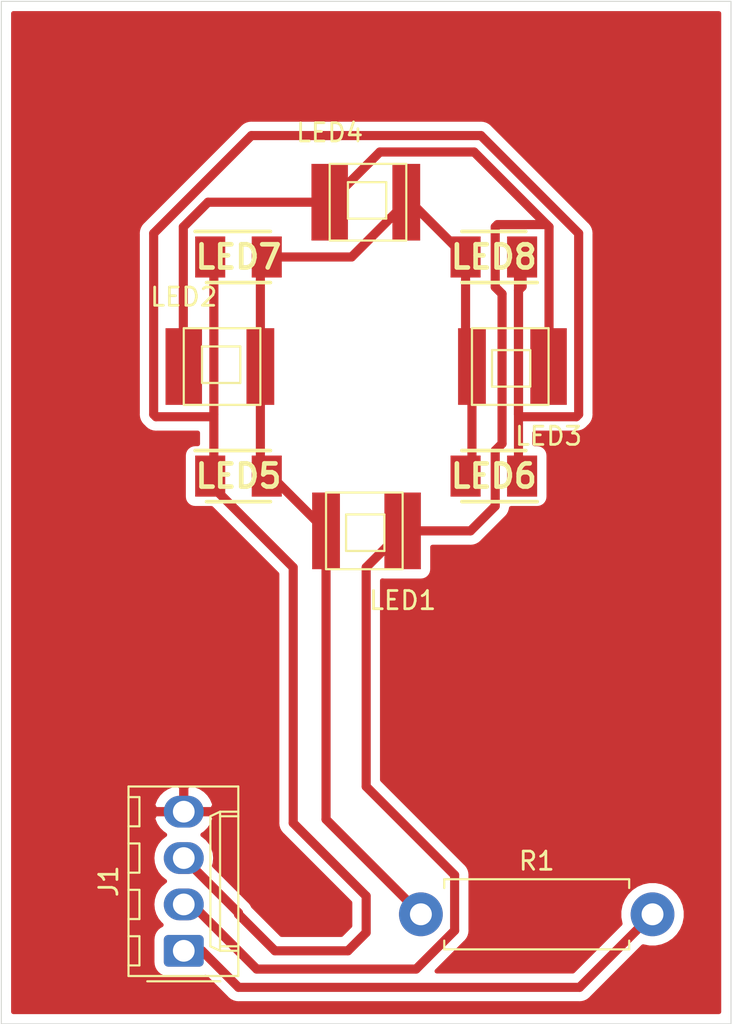
<source format=kicad_pcb>
(kicad_pcb (version 20171130) (host pcbnew "(5.1.10)-1")

  (general
    (thickness 1.6)
    (drawings 11)
    (tracks 78)
    (zones 0)
    (modules 10)
    (nets 6)
  )

  (page A4)
  (layers
    (0 F.Cu signal)
    (31 B.Cu signal)
    (32 B.Adhes user)
    (33 F.Adhes user)
    (34 B.Paste user)
    (35 F.Paste user)
    (36 B.SilkS user)
    (37 F.SilkS user)
    (38 B.Mask user)
    (39 F.Mask user)
    (40 Dwgs.User user)
    (41 Cmts.User user)
    (42 Eco1.User user)
    (43 Eco2.User user)
    (44 Edge.Cuts user)
    (45 Margin user)
    (46 B.CrtYd user)
    (47 F.CrtYd user)
    (48 B.Fab user)
    (49 F.Fab user)
  )

  (setup
    (last_trace_width 0.5)
    (trace_clearance 0.4)
    (zone_clearance 0.508)
    (zone_45_only no)
    (trace_min 0.2)
    (via_size 0.8)
    (via_drill 0.4)
    (via_min_size 0.4)
    (via_min_drill 0.3)
    (uvia_size 0.3)
    (uvia_drill 0.1)
    (uvias_allowed no)
    (uvia_min_size 0.2)
    (uvia_min_drill 0.1)
    (edge_width 0.05)
    (segment_width 0.2)
    (pcb_text_width 0.3)
    (pcb_text_size 1.5 1.5)
    (mod_edge_width 0.12)
    (mod_text_size 1 1)
    (mod_text_width 0.15)
    (pad_size 1.524 1.524)
    (pad_drill 0.762)
    (pad_to_mask_clearance 0)
    (aux_axis_origin 0 0)
    (visible_elements FFFFFF7F)
    (pcbplotparams
      (layerselection 0x010fc_ffffffff)
      (usegerberextensions false)
      (usegerberattributes true)
      (usegerberadvancedattributes true)
      (creategerberjobfile true)
      (excludeedgelayer true)
      (linewidth 0.100000)
      (plotframeref false)
      (viasonmask false)
      (mode 1)
      (useauxorigin false)
      (hpglpennumber 1)
      (hpglpenspeed 20)
      (hpglpendiameter 15.000000)
      (psnegative false)
      (psa4output false)
      (plotreference true)
      (plotvalue true)
      (plotinvisibletext false)
      (padsonsilk false)
      (subtractmaskfromsilk false)
      (outputformat 1)
      (mirror false)
      (drillshape 1)
      (scaleselection 1)
      (outputdirectory ""))
  )

  (net 0 "")
  (net 1 "Net-(LED1-Pad2)")
  (net 2 "Net-(J1-Pad2)")
  (net 3 "Net-(J1-Pad3)")
  (net 4 GND)
  (net 5 "Net-(J1-Pad1)")

  (net_class Default "This is the default net class."
    (clearance 0.4)
    (trace_width 0.5)
    (via_dia 0.8)
    (via_drill 0.4)
    (uvia_dia 0.3)
    (uvia_drill 0.1)
    (add_net GND)
    (add_net "Net-(J1-Pad1)")
    (add_net "Net-(J1-Pad2)")
    (add_net "Net-(J1-Pad3)")
    (add_net "Net-(LED1-Pad2)")
  )

  (module Connector_Molex:Molex_KK-254_AE-6410-04A_1x04_P2.54mm_Vertical (layer F.Cu) (tedit 5EA53D3B) (tstamp 60E90BF2)
    (at 230 114 90)
    (descr "Molex KK-254 Interconnect System, old/engineering part number: AE-6410-04A example for new part number: 22-27-2041, 4 Pins (http://www.molex.com/pdm_docs/sd/022272021_sd.pdf), generated with kicad-footprint-generator")
    (tags "connector Molex KK-254 vertical")
    (path /60EA3404)
    (fp_text reference J1 (at 3.81 -4.12 90) (layer F.SilkS)
      (effects (font (size 1 1) (thickness 0.15)))
    )
    (fp_text value 4P4C (at 3.81 4.08 90) (layer F.Fab)
      (effects (font (size 1 1) (thickness 0.15)))
    )
    (fp_text user %R (at 3.81 -2.22 90) (layer F.Fab)
      (effects (font (size 1 1) (thickness 0.15)))
    )
    (fp_line (start -1.27 -2.92) (end -1.27 2.88) (layer F.Fab) (width 0.1))
    (fp_line (start -1.27 2.88) (end 8.89 2.88) (layer F.Fab) (width 0.1))
    (fp_line (start 8.89 2.88) (end 8.89 -2.92) (layer F.Fab) (width 0.1))
    (fp_line (start 8.89 -2.92) (end -1.27 -2.92) (layer F.Fab) (width 0.1))
    (fp_line (start -1.38 -3.03) (end -1.38 2.99) (layer F.SilkS) (width 0.12))
    (fp_line (start -1.38 2.99) (end 9 2.99) (layer F.SilkS) (width 0.12))
    (fp_line (start 9 2.99) (end 9 -3.03) (layer F.SilkS) (width 0.12))
    (fp_line (start 9 -3.03) (end -1.38 -3.03) (layer F.SilkS) (width 0.12))
    (fp_line (start -1.67 -2) (end -1.67 2) (layer F.SilkS) (width 0.12))
    (fp_line (start -1.27 -0.5) (end -0.562893 0) (layer F.Fab) (width 0.1))
    (fp_line (start -0.562893 0) (end -1.27 0.5) (layer F.Fab) (width 0.1))
    (fp_line (start 0 2.99) (end 0 1.99) (layer F.SilkS) (width 0.12))
    (fp_line (start 0 1.99) (end 7.62 1.99) (layer F.SilkS) (width 0.12))
    (fp_line (start 7.62 1.99) (end 7.62 2.99) (layer F.SilkS) (width 0.12))
    (fp_line (start 0 1.99) (end 0.25 1.46) (layer F.SilkS) (width 0.12))
    (fp_line (start 0.25 1.46) (end 7.37 1.46) (layer F.SilkS) (width 0.12))
    (fp_line (start 7.37 1.46) (end 7.62 1.99) (layer F.SilkS) (width 0.12))
    (fp_line (start 0.25 2.99) (end 0.25 1.99) (layer F.SilkS) (width 0.12))
    (fp_line (start 7.37 2.99) (end 7.37 1.99) (layer F.SilkS) (width 0.12))
    (fp_line (start -0.8 -3.03) (end -0.8 -2.43) (layer F.SilkS) (width 0.12))
    (fp_line (start -0.8 -2.43) (end 0.8 -2.43) (layer F.SilkS) (width 0.12))
    (fp_line (start 0.8 -2.43) (end 0.8 -3.03) (layer F.SilkS) (width 0.12))
    (fp_line (start 1.74 -3.03) (end 1.74 -2.43) (layer F.SilkS) (width 0.12))
    (fp_line (start 1.74 -2.43) (end 3.34 -2.43) (layer F.SilkS) (width 0.12))
    (fp_line (start 3.34 -2.43) (end 3.34 -3.03) (layer F.SilkS) (width 0.12))
    (fp_line (start 4.28 -3.03) (end 4.28 -2.43) (layer F.SilkS) (width 0.12))
    (fp_line (start 4.28 -2.43) (end 5.88 -2.43) (layer F.SilkS) (width 0.12))
    (fp_line (start 5.88 -2.43) (end 5.88 -3.03) (layer F.SilkS) (width 0.12))
    (fp_line (start 6.82 -3.03) (end 6.82 -2.43) (layer F.SilkS) (width 0.12))
    (fp_line (start 6.82 -2.43) (end 8.42 -2.43) (layer F.SilkS) (width 0.12))
    (fp_line (start 8.42 -2.43) (end 8.42 -3.03) (layer F.SilkS) (width 0.12))
    (fp_line (start -1.77 -3.42) (end -1.77 3.38) (layer F.CrtYd) (width 0.05))
    (fp_line (start -1.77 3.38) (end 9.39 3.38) (layer F.CrtYd) (width 0.05))
    (fp_line (start 9.39 3.38) (end 9.39 -3.42) (layer F.CrtYd) (width 0.05))
    (fp_line (start 9.39 -3.42) (end -1.77 -3.42) (layer F.CrtYd) (width 0.05))
    (pad 4 thru_hole oval (at 7.62 0 90) (size 1.74 2.19) (drill 1.19) (layers *.Cu *.Mask)
      (net 4 GND))
    (pad 3 thru_hole oval (at 5.08 0 90) (size 1.74 2.19) (drill 1.19) (layers *.Cu *.Mask)
      (net 3 "Net-(J1-Pad3)"))
    (pad 2 thru_hole oval (at 2.54 0 90) (size 1.74 2.19) (drill 1.19) (layers *.Cu *.Mask)
      (net 2 "Net-(J1-Pad2)"))
    (pad 1 thru_hole roundrect (at 0 0 90) (size 1.74 2.19) (drill 1.19) (layers *.Cu *.Mask) (roundrect_rratio 0.143678)
      (net 5 "Net-(J1-Pad1)"))
    (model ${KISYS3DMOD}/Connector_Molex.3dshapes/Molex_KK-254_AE-6410-04A_1x04_P2.54mm_Vertical.wrl
      (at (xyz 0 0 0))
      (scale (xyz 1 1 1))
      (rotate (xyz 0 0 0))
    )
  )

  (module Resistor_THT:R_Axial_DIN0411_L9.9mm_D3.6mm_P12.70mm_Horizontal (layer F.Cu) (tedit 5AE5139B) (tstamp 60E90C8D)
    (at 243 112)
    (descr "Resistor, Axial_DIN0411 series, Axial, Horizontal, pin pitch=12.7mm, 1W, length*diameter=9.9*3.6mm^2")
    (tags "Resistor Axial_DIN0411 series Axial Horizontal pin pitch 12.7mm 1W length 9.9mm diameter 3.6mm")
    (path /60EA1B3C)
    (fp_text reference R1 (at 6.35 -2.92) (layer F.SilkS)
      (effects (font (size 1 1) (thickness 0.15)))
    )
    (fp_text value 100 (at 6.35 2.92) (layer F.Fab)
      (effects (font (size 1 1) (thickness 0.15)))
    )
    (fp_text user %R (at 5.32 -5.48) (layer F.Fab)
      (effects (font (size 1 1) (thickness 0.15)))
    )
    (fp_line (start 1.4 -1.8) (end 1.4 1.8) (layer F.Fab) (width 0.1))
    (fp_line (start 1.4 1.8) (end 11.3 1.8) (layer F.Fab) (width 0.1))
    (fp_line (start 11.3 1.8) (end 11.3 -1.8) (layer F.Fab) (width 0.1))
    (fp_line (start 11.3 -1.8) (end 1.4 -1.8) (layer F.Fab) (width 0.1))
    (fp_line (start 0 0) (end 1.4 0) (layer F.Fab) (width 0.1))
    (fp_line (start 12.7 0) (end 11.3 0) (layer F.Fab) (width 0.1))
    (fp_line (start 1.28 -1.44) (end 1.28 -1.92) (layer F.SilkS) (width 0.12))
    (fp_line (start 1.28 -1.92) (end 11.42 -1.92) (layer F.SilkS) (width 0.12))
    (fp_line (start 11.42 -1.92) (end 11.42 -1.44) (layer F.SilkS) (width 0.12))
    (fp_line (start 1.28 1.44) (end 1.28 1.92) (layer F.SilkS) (width 0.12))
    (fp_line (start 1.28 1.92) (end 11.42 1.92) (layer F.SilkS) (width 0.12))
    (fp_line (start 11.42 1.92) (end 11.42 1.44) (layer F.SilkS) (width 0.12))
    (fp_line (start -1.45 -2.05) (end -1.45 2.05) (layer F.CrtYd) (width 0.05))
    (fp_line (start -1.45 2.05) (end 14.15 2.05) (layer F.CrtYd) (width 0.05))
    (fp_line (start 14.15 2.05) (end 14.15 -2.05) (layer F.CrtYd) (width 0.05))
    (fp_line (start 14.15 -2.05) (end -1.45 -2.05) (layer F.CrtYd) (width 0.05))
    (pad 2 thru_hole oval (at 12.7 0) (size 2.4 2.4) (drill 1.2) (layers *.Cu *.Mask)
      (net 5 "Net-(J1-Pad1)"))
    (pad 1 thru_hole circle (at 0 0) (size 2.4 2.4) (drill 1.2) (layers *.Cu *.Mask)
      (net 1 "Net-(LED1-Pad2)"))
    (model ${KISYS3DMOD}/Resistor_THT.3dshapes/R_Axial_DIN0411_L9.9mm_D3.6mm_P12.70mm_Horizontal.wrl
      (at (xyz 0 0 0))
      (scale (xyz 1 1 1))
      (rotate (xyz 0 0 0))
    )
  )

  (module SamacSys_Parts:LEDM3528X185N (layer F.Cu) (tedit 0) (tstamp 60E90C76)
    (at 247 76 180)
    (descr VSMG2700-GS08)
    (tags LED)
    (path /60EA111A)
    (attr smd)
    (fp_text reference LED8 (at 0 0) (layer F.SilkS)
      (effects (font (size 1.27 1.27) (thickness 0.254)))
    )
    (fp_text value VSMG2700-GS08 (at 0 0) (layer F.SilkS) hide
      (effects (font (size 1.27 1.27) (thickness 0.254)))
    )
    (fp_text user %R (at 0 0) (layer F.Fab)
      (effects (font (size 1.27 1.27) (thickness 0.254)))
    )
    (fp_line (start -2.625 -1.725) (end 2.625 -1.725) (layer F.CrtYd) (width 0.05))
    (fp_line (start 2.625 -1.725) (end 2.625 1.725) (layer F.CrtYd) (width 0.05))
    (fp_line (start 2.625 1.725) (end -2.625 1.725) (layer F.CrtYd) (width 0.05))
    (fp_line (start -2.625 1.725) (end -2.625 -1.725) (layer F.CrtYd) (width 0.05))
    (fp_line (start -1.75 -1.4) (end 1.75 -1.4) (layer F.Fab) (width 0.1))
    (fp_line (start 1.75 -1.4) (end 1.75 1.4) (layer F.Fab) (width 0.1))
    (fp_line (start 1.75 1.4) (end -1.75 1.4) (layer F.Fab) (width 0.1))
    (fp_line (start -1.75 1.4) (end -1.75 -1.4) (layer F.Fab) (width 0.1))
    (fp_line (start -1.75 -0.575) (end -0.925 -1.4) (layer F.Fab) (width 0.1))
    (fp_line (start 1.75 -1.4) (end -2.375 -1.4) (layer F.SilkS) (width 0.2))
    (fp_line (start -1.75 1.4) (end 1.75 1.4) (layer F.SilkS) (width 0.2))
    (pad 2 smd rect (at 1.55 0 180) (size 1.65 2.25) (layers F.Cu F.Paste F.Mask)
      (net 1 "Net-(LED1-Pad2)"))
    (pad 1 smd rect (at -1.55 0 180) (size 1.65 2.25) (layers F.Cu F.Paste F.Mask)
      (net 3 "Net-(J1-Pad3)"))
  )

  (module SamacSys_Parts:LEDM3528X185N (layer F.Cu) (tedit 0) (tstamp 60E90C64)
    (at 233 76)
    (descr VSMG2700-GS08)
    (tags LED)
    (path /60EA09CD)
    (attr smd)
    (fp_text reference LED7 (at 0 0) (layer F.SilkS)
      (effects (font (size 1.27 1.27) (thickness 0.254)))
    )
    (fp_text value VSMG2700-GS08 (at 0 0) (layer F.SilkS) hide
      (effects (font (size 1.27 1.27) (thickness 0.254)))
    )
    (fp_text user %R (at 0 0) (layer F.Fab)
      (effects (font (size 1.27 1.27) (thickness 0.254)))
    )
    (fp_line (start -2.625 -1.725) (end 2.625 -1.725) (layer F.CrtYd) (width 0.05))
    (fp_line (start 2.625 -1.725) (end 2.625 1.725) (layer F.CrtYd) (width 0.05))
    (fp_line (start 2.625 1.725) (end -2.625 1.725) (layer F.CrtYd) (width 0.05))
    (fp_line (start -2.625 1.725) (end -2.625 -1.725) (layer F.CrtYd) (width 0.05))
    (fp_line (start -1.75 -1.4) (end 1.75 -1.4) (layer F.Fab) (width 0.1))
    (fp_line (start 1.75 -1.4) (end 1.75 1.4) (layer F.Fab) (width 0.1))
    (fp_line (start 1.75 1.4) (end -1.75 1.4) (layer F.Fab) (width 0.1))
    (fp_line (start -1.75 1.4) (end -1.75 -1.4) (layer F.Fab) (width 0.1))
    (fp_line (start -1.75 -0.575) (end -0.925 -1.4) (layer F.Fab) (width 0.1))
    (fp_line (start 1.75 -1.4) (end -2.375 -1.4) (layer F.SilkS) (width 0.2))
    (fp_line (start -1.75 1.4) (end 1.75 1.4) (layer F.SilkS) (width 0.2))
    (pad 2 smd rect (at 1.55 0) (size 1.65 2.25) (layers F.Cu F.Paste F.Mask)
      (net 1 "Net-(LED1-Pad2)"))
    (pad 1 smd rect (at -1.55 0) (size 1.65 2.25) (layers F.Cu F.Paste F.Mask)
      (net 3 "Net-(J1-Pad3)"))
  )

  (module SamacSys_Parts:LEDM3528X185N (layer F.Cu) (tedit 0) (tstamp 60E90C52)
    (at 247 88 180)
    (descr VSMG2700-GS08)
    (tags LED)
    (path /60EA02FE)
    (attr smd)
    (fp_text reference LED6 (at 0 0) (layer F.SilkS)
      (effects (font (size 1.27 1.27) (thickness 0.254)))
    )
    (fp_text value VSMG2700-GS08 (at 0 0) (layer F.SilkS) hide
      (effects (font (size 1.27 1.27) (thickness 0.254)))
    )
    (fp_text user %R (at 0 0) (layer F.Fab)
      (effects (font (size 1.27 1.27) (thickness 0.254)))
    )
    (fp_line (start -2.625 -1.725) (end 2.625 -1.725) (layer F.CrtYd) (width 0.05))
    (fp_line (start 2.625 -1.725) (end 2.625 1.725) (layer F.CrtYd) (width 0.05))
    (fp_line (start 2.625 1.725) (end -2.625 1.725) (layer F.CrtYd) (width 0.05))
    (fp_line (start -2.625 1.725) (end -2.625 -1.725) (layer F.CrtYd) (width 0.05))
    (fp_line (start -1.75 -1.4) (end 1.75 -1.4) (layer F.Fab) (width 0.1))
    (fp_line (start 1.75 -1.4) (end 1.75 1.4) (layer F.Fab) (width 0.1))
    (fp_line (start 1.75 1.4) (end -1.75 1.4) (layer F.Fab) (width 0.1))
    (fp_line (start -1.75 1.4) (end -1.75 -1.4) (layer F.Fab) (width 0.1))
    (fp_line (start -1.75 -0.575) (end -0.925 -1.4) (layer F.Fab) (width 0.1))
    (fp_line (start 1.75 -1.4) (end -2.375 -1.4) (layer F.SilkS) (width 0.2))
    (fp_line (start -1.75 1.4) (end 1.75 1.4) (layer F.SilkS) (width 0.2))
    (pad 2 smd rect (at 1.55 0 180) (size 1.65 2.25) (layers F.Cu F.Paste F.Mask)
      (net 1 "Net-(LED1-Pad2)"))
    (pad 1 smd rect (at -1.55 0 180) (size 1.65 2.25) (layers F.Cu F.Paste F.Mask)
      (net 3 "Net-(J1-Pad3)"))
  )

  (module SamacSys_Parts:LEDM3528X185N (layer F.Cu) (tedit 0) (tstamp 60E90C40)
    (at 233 88)
    (descr VSMG2700-GS08)
    (tags LED)
    (path /60E9FE4B)
    (attr smd)
    (fp_text reference LED5 (at 0 0) (layer F.SilkS)
      (effects (font (size 1.27 1.27) (thickness 0.254)))
    )
    (fp_text value VSMG2700-GS08 (at 0 0) (layer F.SilkS) hide
      (effects (font (size 1.27 1.27) (thickness 0.254)))
    )
    (fp_text user %R (at 0 0) (layer F.Fab)
      (effects (font (size 1.27 1.27) (thickness 0.254)))
    )
    (fp_line (start -2.625 -1.725) (end 2.625 -1.725) (layer F.CrtYd) (width 0.05))
    (fp_line (start 2.625 -1.725) (end 2.625 1.725) (layer F.CrtYd) (width 0.05))
    (fp_line (start 2.625 1.725) (end -2.625 1.725) (layer F.CrtYd) (width 0.05))
    (fp_line (start -2.625 1.725) (end -2.625 -1.725) (layer F.CrtYd) (width 0.05))
    (fp_line (start -1.75 -1.4) (end 1.75 -1.4) (layer F.Fab) (width 0.1))
    (fp_line (start 1.75 -1.4) (end 1.75 1.4) (layer F.Fab) (width 0.1))
    (fp_line (start 1.75 1.4) (end -1.75 1.4) (layer F.Fab) (width 0.1))
    (fp_line (start -1.75 1.4) (end -1.75 -1.4) (layer F.Fab) (width 0.1))
    (fp_line (start -1.75 -0.575) (end -0.925 -1.4) (layer F.Fab) (width 0.1))
    (fp_line (start 1.75 -1.4) (end -2.375 -1.4) (layer F.SilkS) (width 0.2))
    (fp_line (start -1.75 1.4) (end 1.75 1.4) (layer F.SilkS) (width 0.2))
    (pad 2 smd rect (at 1.55 0) (size 1.65 2.25) (layers F.Cu F.Paste F.Mask)
      (net 1 "Net-(LED1-Pad2)"))
    (pad 1 smd rect (at -1.55 0) (size 1.65 2.25) (layers F.Cu F.Paste F.Mask)
      (net 3 "Net-(J1-Pad3)"))
  )

  (module empreintePerso:LED_CMS_L4.2mm_W4.2mm (layer F.Cu) (tedit 60E84FC5) (tstamp 60E90C2E)
    (at 238 73)
    (path /60E9C099)
    (fp_text reference LED4 (at 0 -3.81) (layer F.SilkS)
      (effects (font (size 1 1) (thickness 0.15)))
    )
    (fp_text value VSMG2700-GS08 (at 0 5.08) (layer F.Fab)
      (effects (font (size 1 1) (thickness 0.15)))
    )
    (fp_line (start 0 -2.1) (end 0 2) (layer F.SilkS) (width 0.12))
    (fp_line (start 0 2) (end 0 2.1) (layer F.SilkS) (width 0.12))
    (fp_line (start 0 2.1) (end 4.2 2.1) (layer F.SilkS) (width 0.12))
    (fp_line (start 4.2 2.1) (end 4.2 -2.1) (layer F.SilkS) (width 0.12))
    (fp_line (start 4.2 -2.1) (end 0 -2.1) (layer F.SilkS) (width 0.12))
    (fp_line (start 1 -1.1) (end 1 0.9) (layer F.SilkS) (width 0.12))
    (fp_line (start 1 0.9) (end 3.1 0.9) (layer F.SilkS) (width 0.12))
    (fp_line (start 3.1 0.9) (end 3.1 -1.1) (layer F.SilkS) (width 0.12))
    (fp_line (start 3.1 -1.1) (end 1 -1.1) (layer F.SilkS) (width 0.12))
    (pad 2 smd rect (at 4.2 0) (size 1.524 4.2) (layers F.Cu F.Paste F.Mask)
      (net 1 "Net-(LED1-Pad2)"))
    (pad 1 smd rect (at 0 0) (size 2 4.2) (layers F.Cu F.Paste F.Mask)
      (net 2 "Net-(J1-Pad2)"))
  )

  (module empreintePerso:LED_CMS_L4.2mm_W4.2mm (layer F.Cu) (tedit 60E84FC5) (tstamp 60E90C1F)
    (at 250 82 180)
    (path /60E9E6AE)
    (fp_text reference LED3 (at 0 -3.81) (layer F.SilkS)
      (effects (font (size 1 1) (thickness 0.15)))
    )
    (fp_text value VSMG2700-GS08 (at 0 5.08) (layer F.Fab)
      (effects (font (size 1 1) (thickness 0.15)))
    )
    (fp_line (start 0 -2.1) (end 0 2) (layer F.SilkS) (width 0.12))
    (fp_line (start 0 2) (end 0 2.1) (layer F.SilkS) (width 0.12))
    (fp_line (start 0 2.1) (end 4.2 2.1) (layer F.SilkS) (width 0.12))
    (fp_line (start 4.2 2.1) (end 4.2 -2.1) (layer F.SilkS) (width 0.12))
    (fp_line (start 4.2 -2.1) (end 0 -2.1) (layer F.SilkS) (width 0.12))
    (fp_line (start 1 -1.1) (end 1 0.9) (layer F.SilkS) (width 0.12))
    (fp_line (start 1 0.9) (end 3.1 0.9) (layer F.SilkS) (width 0.12))
    (fp_line (start 3.1 0.9) (end 3.1 -1.1) (layer F.SilkS) (width 0.12))
    (fp_line (start 3.1 -1.1) (end 1 -1.1) (layer F.SilkS) (width 0.12))
    (pad 2 smd rect (at 4.2 0 180) (size 1.524 4.2) (layers F.Cu F.Paste F.Mask)
      (net 1 "Net-(LED1-Pad2)"))
    (pad 1 smd rect (at 0 0 180) (size 2 4.2) (layers F.Cu F.Paste F.Mask)
      (net 2 "Net-(J1-Pad2)"))
  )

  (module empreintePerso:LED_CMS_L4.2mm_W4.2mm (layer F.Cu) (tedit 60E84FC5) (tstamp 60E90C10)
    (at 230 82)
    (path /60E9F245)
    (fp_text reference LED2 (at 0 -3.81) (layer F.SilkS)
      (effects (font (size 1 1) (thickness 0.15)))
    )
    (fp_text value VSMG2700-GS08 (at 0 5.08) (layer F.Fab)
      (effects (font (size 1 1) (thickness 0.15)))
    )
    (fp_line (start 0 -2.1) (end 0 2) (layer F.SilkS) (width 0.12))
    (fp_line (start 0 2) (end 0 2.1) (layer F.SilkS) (width 0.12))
    (fp_line (start 0 2.1) (end 4.2 2.1) (layer F.SilkS) (width 0.12))
    (fp_line (start 4.2 2.1) (end 4.2 -2.1) (layer F.SilkS) (width 0.12))
    (fp_line (start 4.2 -2.1) (end 0 -2.1) (layer F.SilkS) (width 0.12))
    (fp_line (start 1 -1.1) (end 1 0.9) (layer F.SilkS) (width 0.12))
    (fp_line (start 1 0.9) (end 3.1 0.9) (layer F.SilkS) (width 0.12))
    (fp_line (start 3.1 0.9) (end 3.1 -1.1) (layer F.SilkS) (width 0.12))
    (fp_line (start 3.1 -1.1) (end 1 -1.1) (layer F.SilkS) (width 0.12))
    (pad 2 smd rect (at 4.2 0) (size 1.524 4.2) (layers F.Cu F.Paste F.Mask)
      (net 1 "Net-(LED1-Pad2)"))
    (pad 1 smd rect (at 0 0) (size 2 4.2) (layers F.Cu F.Paste F.Mask)
      (net 2 "Net-(J1-Pad2)"))
  )

  (module empreintePerso:LED_CMS_L4.2mm_W4.2mm (layer F.Cu) (tedit 60E84FC5) (tstamp 60E90C01)
    (at 242 91 180)
    (path /60E9F8A2)
    (fp_text reference LED1 (at 0 -3.81) (layer F.SilkS)
      (effects (font (size 1 1) (thickness 0.15)))
    )
    (fp_text value VSMG2700-GS08 (at 0 5.08) (layer F.Fab)
      (effects (font (size 1 1) (thickness 0.15)))
    )
    (fp_line (start 0 -2.1) (end 0 2) (layer F.SilkS) (width 0.12))
    (fp_line (start 0 2) (end 0 2.1) (layer F.SilkS) (width 0.12))
    (fp_line (start 0 2.1) (end 4.2 2.1) (layer F.SilkS) (width 0.12))
    (fp_line (start 4.2 2.1) (end 4.2 -2.1) (layer F.SilkS) (width 0.12))
    (fp_line (start 4.2 -2.1) (end 0 -2.1) (layer F.SilkS) (width 0.12))
    (fp_line (start 1 -1.1) (end 1 0.9) (layer F.SilkS) (width 0.12))
    (fp_line (start 1 0.9) (end 3.1 0.9) (layer F.SilkS) (width 0.12))
    (fp_line (start 3.1 0.9) (end 3.1 -1.1) (layer F.SilkS) (width 0.12))
    (fp_line (start 3.1 -1.1) (end 1 -1.1) (layer F.SilkS) (width 0.12))
    (pad 2 smd rect (at 4.2 0 180) (size 1.524 4.2) (layers F.Cu F.Paste F.Mask)
      (net 1 "Net-(LED1-Pad2)"))
    (pad 1 smd rect (at 0 0 180) (size 2 4.2) (layers F.Cu F.Paste F.Mask)
      (net 2 "Net-(J1-Pad2)"))
  )

  (gr_line (start 260 62) (end 220 62) (layer Edge.Cuts) (width 0.05) (tstamp 60E91A78))
  (gr_line (start 260 118) (end 260 62) (layer Edge.Cuts) (width 0.05))
  (gr_line (start 220 118) (end 260 118) (layer Edge.Cuts) (width 0.05))
  (gr_line (start 220 62) (end 220 118) (layer Edge.Cuts) (width 0.05))
  (gr_circle (center 245 82) (end 245 84) (layer Dwgs.User) (width 0.15))
  (gr_circle (center 235 82) (end 235 84) (layer Dwgs.User) (width 0.15))
  (gr_circle (center 240 82) (end 240 94) (layer Dwgs.User) (width 0.15))
  (gr_line (start 260 62) (end 220 62) (layer Dwgs.User) (width 0.15) (tstamp 60E90AFB))
  (gr_line (start 260 102) (end 260 62) (layer Dwgs.User) (width 0.15))
  (gr_line (start 220 102) (end 260 102) (layer Dwgs.User) (width 0.15))
  (gr_line (start 220 62) (end 220 102) (layer Dwgs.User) (width 0.15))

  (segment (start 234.2 76.35) (end 234.55 76) (width 0.5) (layer F.Cu) (net 1))
  (segment (start 234.2 82) (end 234.2 76.35) (width 0.5) (layer F.Cu) (net 1))
  (segment (start 239.2 76) (end 242.2 73) (width 0.5) (layer F.Cu) (net 1))
  (segment (start 234.55 76) (end 239.2 76) (width 0.5) (layer F.Cu) (net 1))
  (segment (start 242.45 73) (end 245.45 76) (width 0.5) (layer F.Cu) (net 1))
  (segment (start 242.2 73) (end 242.45 73) (width 0.5) (layer F.Cu) (net 1))
  (segment (start 245.45 81.65) (end 245.8 82) (width 0.5) (layer F.Cu) (net 1))
  (segment (start 245.45 76) (end 245.45 81.65) (width 0.5) (layer F.Cu) (net 1))
  (segment (start 245.8 87.65) (end 245.45 88) (width 0.5) (layer F.Cu) (net 1))
  (segment (start 245.8 82) (end 245.8 87.65) (width 0.5) (layer F.Cu) (net 1))
  (segment (start 234.2 87.65) (end 234.55 88) (width 0.5) (layer F.Cu) (net 1))
  (segment (start 234.2 82) (end 234.2 87.65) (width 0.5) (layer F.Cu) (net 1))
  (segment (start 234.8 88) (end 237.8 91) (width 0.5) (layer F.Cu) (net 1))
  (segment (start 234.55 88) (end 234.8 88) (width 0.5) (layer F.Cu) (net 1))
  (segment (start 237.8 106.8) (end 243 112) (width 0.5) (layer F.Cu) (net 1))
  (segment (start 237.8 91) (end 237.8 106.8) (width 0.5) (layer F.Cu) (net 1))
  (segment (start 231.329998 73) (end 238 73) (width 0.5) (layer F.Cu) (net 2))
  (segment (start 229.974999 74.354999) (end 231.329998 73) (width 0.5) (layer F.Cu) (net 2))
  (segment (start 229.974999 81.974999) (end 229.974999 74.354999) (width 0.5) (layer F.Cu) (net 2))
  (segment (start 230 82) (end 229.974999 81.974999) (width 0.5) (layer F.Cu) (net 2))
  (segment (start 245.920001 70.249999) (end 250.025001 74.354999) (width 0.5) (layer F.Cu) (net 2))
  (segment (start 240.750001 70.249999) (end 245.920001 70.249999) (width 0.5) (layer F.Cu) (net 2))
  (segment (start 238 73) (end 240.750001 70.249999) (width 0.5) (layer F.Cu) (net 2))
  (segment (start 250.025001 74.354999) (end 249.895001 74.224999) (width 0.5) (layer F.Cu) (net 2))
  (segment (start 250.025001 81.974999) (end 250.025001 74.354999) (width 0.5) (layer F.Cu) (net 2))
  (segment (start 250 82) (end 250.025001 81.974999) (width 0.5) (layer F.Cu) (net 2))
  (segment (start 247.204999 74.224999) (end 249.895001 74.224999) (width 0.5) (layer F.Cu) (net 2))
  (segment (start 247.074999 74.354999) (end 247.204999 74.224999) (width 0.5) (layer F.Cu) (net 2))
  (segment (start 247.074999 77.645001) (end 247.074999 74.354999) (width 0.5) (layer F.Cu) (net 2))
  (segment (start 247.449989 78.019991) (end 247.074999 77.645001) (width 0.5) (layer F.Cu) (net 2))
  (segment (start 247.449989 86.224999) (end 247.449989 78.019991) (width 0.5) (layer F.Cu) (net 2))
  (segment (start 247.074999 86.599989) (end 247.449989 86.224999) (width 0.5) (layer F.Cu) (net 2))
  (segment (start 247.074999 89.645001) (end 247.074999 86.599989) (width 0.5) (layer F.Cu) (net 2))
  (segment (start 245.72 91) (end 247.074999 89.645001) (width 0.5) (layer F.Cu) (net 2))
  (segment (start 242 91) (end 245.72 91) (width 0.5) (layer F.Cu) (net 2))
  (segment (start 230 111.46) (end 230.46 111.46) (width 0.5) (layer F.Cu) (net 2))
  (segment (start 230.46 111.46) (end 234 115) (width 0.5) (layer F.Cu) (net 2))
  (segment (start 244.850001 112.888001) (end 244.850001 109.850001) (width 0.5) (layer F.Cu) (net 2))
  (segment (start 242.738002 115) (end 244.850001 112.888001) (width 0.5) (layer F.Cu) (net 2))
  (segment (start 234 115) (end 242.738002 115) (width 0.5) (layer F.Cu) (net 2))
  (segment (start 244.850001 109.850001) (end 240 105) (width 0.5) (layer F.Cu) (net 2))
  (segment (start 240 93) (end 242 91) (width 0.5) (layer F.Cu) (net 2))
  (segment (start 240 105) (end 240 93) (width 0.5) (layer F.Cu) (net 2))
  (segment (start 248.349999 87.799999) (end 248.55 88) (width 0.5) (layer F.Cu) (net 3))
  (segment (start 248.349999 76.200001) (end 248.349999 87.799999) (width 0.5) (layer F.Cu) (net 3))
  (segment (start 248.55 76) (end 248.349999 76.200001) (width 0.5) (layer F.Cu) (net 3))
  (segment (start 228.349999 84.620001) (end 228.479999 84.750001) (width 0.5) (layer F.Cu) (net 3))
  (segment (start 228.349999 74.707193) (end 228.349999 84.620001) (width 0.5) (layer F.Cu) (net 3))
  (segment (start 233.707203 69.349989) (end 228.349999 74.707193) (width 0.5) (layer F.Cu) (net 3))
  (segment (start 246.292797 69.349989) (end 233.707203 69.349989) (width 0.5) (layer F.Cu) (net 3))
  (segment (start 251.650001 84.620001) (end 251.650001 74.707193) (width 0.5) (layer F.Cu) (net 3))
  (segment (start 251.650001 74.707193) (end 246.292797 69.349989) (width 0.5) (layer F.Cu) (net 3))
  (segment (start 251.520001 84.750001) (end 251.650001 84.620001) (width 0.5) (layer F.Cu) (net 3))
  (segment (start 248.479999 84.750001) (end 251.520001 84.750001) (width 0.5) (layer F.Cu) (net 3))
  (segment (start 248.349999 84.620001) (end 248.479999 84.750001) (width 0.5) (layer F.Cu) (net 3))
  (segment (start 228.479999 84.750001) (end 231.520001 84.750001) (width 0.5) (layer F.Cu) (net 3))
  (segment (start 248.349999 77.825001) (end 248.349999 84.620001) (width 0.5) (layer F.Cu) (net 3))
  (segment (start 248.55 77.625) (end 248.349999 77.825001) (width 0.5) (layer F.Cu) (net 3))
  (segment (start 248.55 76) (end 248.55 77.625) (width 0.5) (layer F.Cu) (net 3))
  (segment (start 231.650001 84.620001) (end 231.520001 84.750001) (width 0.5) (layer F.Cu) (net 3))
  (segment (start 231.650001 76.200001) (end 231.650001 84.620001) (width 0.5) (layer F.Cu) (net 3))
  (segment (start 231.45 76) (end 231.650001 76.200001) (width 0.5) (layer F.Cu) (net 3))
  (segment (start 231.650001 87.799999) (end 231.45 88) (width 0.5) (layer F.Cu) (net 3))
  (segment (start 231.650001 84.620001) (end 231.650001 87.799999) (width 0.5) (layer F.Cu) (net 3))
  (segment (start 231.45 88.45) (end 231.45 88) (width 0.5) (layer F.Cu) (net 3))
  (segment (start 236 93) (end 231.45 88.45) (width 0.5) (layer F.Cu) (net 3))
  (segment (start 236 107) (end 236 93) (width 0.5) (layer F.Cu) (net 3))
  (segment (start 240 111) (end 236 107) (width 0.5) (layer F.Cu) (net 3))
  (segment (start 240 113) (end 240 111) (width 0.5) (layer F.Cu) (net 3))
  (segment (start 235 114) (end 239 114) (width 0.5) (layer F.Cu) (net 3))
  (segment (start 233 111.92) (end 233 112) (width 0.5) (layer F.Cu) (net 3))
  (segment (start 239 114) (end 240 113) (width 0.5) (layer F.Cu) (net 3))
  (segment (start 233 112) (end 235 114) (width 0.5) (layer F.Cu) (net 3))
  (segment (start 230 108.92) (end 233 111.92) (width 0.5) (layer F.Cu) (net 3))
  (segment (start 230 114) (end 231 114) (width 0.5) (layer F.Cu) (net 5))
  (segment (start 231 114) (end 233 116) (width 0.5) (layer F.Cu) (net 5))
  (segment (start 251.7 116) (end 255.7 112) (width 0.5) (layer F.Cu) (net 5))
  (segment (start 233 116) (end 251.7 116) (width 0.5) (layer F.Cu) (net 5))

  (zone (net 4) (net_name GND) (layer F.Cu) (tstamp 0) (hatch edge 0.508)
    (connect_pads (clearance 0.508))
    (min_thickness 0.254)
    (fill yes (arc_segments 32) (thermal_gap 0.508) (thermal_bridge_width 0.508))
    (polygon
      (pts
        (xy 260 118) (xy 220 118) (xy 220 62) (xy 260 62)
      )
    )
    (filled_polygon
      (pts
        (xy 259.34 117.34) (xy 220.66 117.34) (xy 220.66 106.019969) (xy 228.313698 106.019969) (xy 228.434754 106.253)
        (xy 229.873 106.253) (xy 229.873 105.029624) (xy 230.127 105.029624) (xy 230.127 106.253) (xy 231.565246 106.253)
        (xy 231.686302 106.019969) (xy 231.669551 105.932409) (xy 231.554474 105.659191) (xy 231.388306 105.413674) (xy 231.177433 105.205292)
        (xy 230.929958 105.042053) (xy 230.655392 104.930231) (xy 230.364286 104.874123) (xy 230.127 105.029624) (xy 229.873 105.029624)
        (xy 229.635714 104.874123) (xy 229.344608 104.930231) (xy 229.070042 105.042053) (xy 228.822567 105.205292) (xy 228.611694 105.413674)
        (xy 228.445526 105.659191) (xy 228.330449 105.932409) (xy 228.313698 106.019969) (xy 220.66 106.019969) (xy 220.66 74.707193)
        (xy 227.460718 74.707193) (xy 227.464999 74.750662) (xy 227.465 84.576522) (xy 227.460718 84.620001) (xy 227.477804 84.793491)
        (xy 227.528411 84.960314) (xy 227.610589 85.11406) (xy 227.693467 85.215047) (xy 227.69347 85.21505) (xy 227.721183 85.248818)
        (xy 227.754951 85.276531) (xy 227.823465 85.345045) (xy 227.851182 85.378818) (xy 227.98594 85.489412) (xy 228.139686 85.57159)
        (xy 228.306509 85.622196) (xy 228.436522 85.635001) (xy 228.43653 85.635001) (xy 228.479999 85.639282) (xy 228.523468 85.635001)
        (xy 230.765001 85.635001) (xy 230.765002 86.236928) (xy 230.625 86.236928) (xy 230.500518 86.249188) (xy 230.38082 86.285498)
        (xy 230.270506 86.344463) (xy 230.173815 86.423815) (xy 230.094463 86.520506) (xy 230.035498 86.63082) (xy 229.999188 86.750518)
        (xy 229.986928 86.875) (xy 229.986928 89.125) (xy 229.999188 89.249482) (xy 230.035498 89.36918) (xy 230.094463 89.479494)
        (xy 230.173815 89.576185) (xy 230.270506 89.655537) (xy 230.38082 89.714502) (xy 230.500518 89.750812) (xy 230.625 89.763072)
        (xy 231.511494 89.763072) (xy 235.115001 93.36658) (xy 235.115 106.956531) (xy 235.110719 107) (xy 235.115 107.043469)
        (xy 235.115 107.043476) (xy 235.127805 107.173489) (xy 235.178411 107.340312) (xy 235.260589 107.494058) (xy 235.371183 107.628817)
        (xy 235.404956 107.656534) (xy 239.115001 111.36658) (xy 239.115 112.633421) (xy 238.633422 113.115) (xy 235.366579 113.115)
        (xy 233.810479 111.558901) (xy 233.739411 111.425941) (xy 233.656532 111.324953) (xy 233.65653 111.324951) (xy 233.628817 111.291183)
        (xy 233.59505 111.263471) (xy 231.670609 109.339031) (xy 231.708224 109.215032) (xy 231.737282 108.92) (xy 231.708224 108.624968)
        (xy 231.622166 108.341275) (xy 231.482417 108.079821) (xy 231.294345 107.850655) (xy 231.065179 107.662583) (xy 231.036848 107.64744)
        (xy 231.177433 107.554708) (xy 231.388306 107.346326) (xy 231.554474 107.100809) (xy 231.669551 106.827591) (xy 231.686302 106.740031)
        (xy 231.565246 106.507) (xy 230.127 106.507) (xy 230.127 106.527) (xy 229.873 106.527) (xy 229.873 106.507)
        (xy 228.434754 106.507) (xy 228.313698 106.740031) (xy 228.330449 106.827591) (xy 228.445526 107.100809) (xy 228.611694 107.346326)
        (xy 228.822567 107.554708) (xy 228.963152 107.64744) (xy 228.934821 107.662583) (xy 228.705655 107.850655) (xy 228.517583 108.079821)
        (xy 228.377834 108.341275) (xy 228.291776 108.624968) (xy 228.262718 108.92) (xy 228.291776 109.215032) (xy 228.377834 109.498725)
        (xy 228.517583 109.760179) (xy 228.705655 109.989345) (xy 228.934821 110.177417) (xy 228.958362 110.19) (xy 228.934821 110.202583)
        (xy 228.705655 110.390655) (xy 228.517583 110.619821) (xy 228.377834 110.881275) (xy 228.291776 111.164968) (xy 228.262718 111.46)
        (xy 228.291776 111.755032) (xy 228.377834 112.038725) (xy 228.517583 112.300179) (xy 228.705655 112.529345) (xy 228.771114 112.583066)
        (xy 228.661613 112.641595) (xy 228.527038 112.752038) (xy 228.416595 112.886613) (xy 228.334528 113.040149) (xy 228.283992 113.206745)
        (xy 228.266928 113.379999) (xy 228.266928 114.620001) (xy 228.283992 114.793255) (xy 228.334528 114.959851) (xy 228.416595 115.113387)
        (xy 228.527038 115.247962) (xy 228.661613 115.358405) (xy 228.815149 115.440472) (xy 228.981745 115.491008) (xy 229.154999 115.508072)
        (xy 230.845001 115.508072) (xy 231.018255 115.491008) (xy 231.184851 115.440472) (xy 231.187485 115.439064) (xy 232.34347 116.595049)
        (xy 232.371183 116.628817) (xy 232.404951 116.65653) (xy 232.404953 116.656532) (xy 232.476452 116.71521) (xy 232.505941 116.739411)
        (xy 232.659687 116.821589) (xy 232.82651 116.872195) (xy 232.956523 116.885) (xy 232.956533 116.885) (xy 232.999999 116.889281)
        (xy 233.043465 116.885) (xy 251.656531 116.885) (xy 251.7 116.889281) (xy 251.743469 116.885) (xy 251.743477 116.885)
        (xy 251.87349 116.872195) (xy 252.040313 116.821589) (xy 252.194059 116.739411) (xy 252.328817 116.628817) (xy 252.356534 116.595044)
        (xy 255.183389 113.76819) (xy 255.519268 113.835) (xy 255.880732 113.835) (xy 256.23525 113.764482) (xy 256.569199 113.626156)
        (xy 256.869744 113.425338) (xy 257.125338 113.169744) (xy 257.326156 112.869199) (xy 257.464482 112.53525) (xy 257.535 112.180732)
        (xy 257.535 111.819268) (xy 257.464482 111.46475) (xy 257.326156 111.130801) (xy 257.125338 110.830256) (xy 256.869744 110.574662)
        (xy 256.569199 110.373844) (xy 256.23525 110.235518) (xy 255.880732 110.165) (xy 255.519268 110.165) (xy 255.16475 110.235518)
        (xy 254.830801 110.373844) (xy 254.530256 110.574662) (xy 254.274662 110.830256) (xy 254.073844 111.130801) (xy 253.935518 111.46475)
        (xy 253.865 111.819268) (xy 253.865 112.180732) (xy 253.93181 112.516611) (xy 251.333422 115.115) (xy 243.87458 115.115)
        (xy 245.445051 113.54453) (xy 245.478818 113.516818) (xy 245.553895 113.425338) (xy 245.589412 113.38206) (xy 245.67159 113.228315)
        (xy 245.722196 113.061491) (xy 245.731699 112.965) (xy 245.735001 112.931478) (xy 245.735001 112.93147) (xy 245.739282 112.888001)
        (xy 245.735001 112.844532) (xy 245.735001 109.893466) (xy 245.739282 109.85) (xy 245.735001 109.806534) (xy 245.735001 109.806524)
        (xy 245.722196 109.676511) (xy 245.67159 109.509688) (xy 245.589412 109.355942) (xy 245.478818 109.221184) (xy 245.44505 109.193471)
        (xy 240.885 104.633422) (xy 240.885 93.726746) (xy 241 93.738072) (xy 243 93.738072) (xy 243.124482 93.725812)
        (xy 243.24418 93.689502) (xy 243.354494 93.630537) (xy 243.451185 93.551185) (xy 243.530537 93.454494) (xy 243.589502 93.34418)
        (xy 243.625812 93.224482) (xy 243.638072 93.1) (xy 243.638072 91.885) (xy 245.676531 91.885) (xy 245.72 91.889281)
        (xy 245.763469 91.885) (xy 245.763477 91.885) (xy 245.89349 91.872195) (xy 246.060313 91.821589) (xy 246.214059 91.739411)
        (xy 246.348817 91.628817) (xy 246.376534 91.595044) (xy 247.670049 90.30153) (xy 247.703816 90.273818) (xy 247.81441 90.13906)
        (xy 247.896588 89.985314) (xy 247.947194 89.818491) (xy 247.952652 89.763072) (xy 249.375 89.763072) (xy 249.499482 89.750812)
        (xy 249.61918 89.714502) (xy 249.729494 89.655537) (xy 249.826185 89.576185) (xy 249.905537 89.479494) (xy 249.964502 89.36918)
        (xy 250.000812 89.249482) (xy 250.013072 89.125) (xy 250.013072 86.875) (xy 250.000812 86.750518) (xy 249.964502 86.63082)
        (xy 249.905537 86.520506) (xy 249.826185 86.423815) (xy 249.729494 86.344463) (xy 249.61918 86.285498) (xy 249.499482 86.249188)
        (xy 249.375 86.236928) (xy 249.234999 86.236928) (xy 249.234999 85.635001) (xy 251.476532 85.635001) (xy 251.520001 85.639282)
        (xy 251.56347 85.635001) (xy 251.563478 85.635001) (xy 251.693491 85.622196) (xy 251.860314 85.57159) (xy 252.01406 85.489412)
        (xy 252.148818 85.378818) (xy 252.176535 85.345045) (xy 252.245046 85.276534) (xy 252.278818 85.248818) (xy 252.389412 85.11406)
        (xy 252.47159 84.960314) (xy 252.522196 84.793491) (xy 252.535001 84.663478) (xy 252.535001 84.66347) (xy 252.539282 84.620001)
        (xy 252.535001 84.576532) (xy 252.535001 74.750662) (xy 252.539282 74.707193) (xy 252.535001 74.663724) (xy 252.535001 74.663716)
        (xy 252.522196 74.533703) (xy 252.518193 74.520506) (xy 252.47159 74.366879) (xy 252.389412 74.213134) (xy 252.306533 74.112146)
        (xy 252.306531 74.112144) (xy 252.278818 74.078376) (xy 252.24505 74.050663) (xy 246.949331 68.754945) (xy 246.921614 68.721172)
        (xy 246.786856 68.610578) (xy 246.63311 68.5284) (xy 246.466287 68.477794) (xy 246.336274 68.464989) (xy 246.336266 68.464989)
        (xy 246.292797 68.460708) (xy 246.249328 68.464989) (xy 233.750672 68.464989) (xy 233.707203 68.460708) (xy 233.663734 68.464989)
        (xy 233.663726 68.464989) (xy 233.533713 68.477794) (xy 233.366889 68.5284) (xy 233.213144 68.610578) (xy 233.112156 68.693457)
        (xy 233.112154 68.693459) (xy 233.078386 68.721172) (xy 233.050673 68.75494) (xy 227.754955 74.050659) (xy 227.721182 74.078376)
        (xy 227.610588 74.213135) (xy 227.52841 74.366881) (xy 227.518822 74.398488) (xy 227.481808 74.520506) (xy 227.477804 74.533704)
        (xy 227.464999 74.663717) (xy 227.464999 74.663724) (xy 227.460718 74.707193) (xy 220.66 74.707193) (xy 220.66 62.66)
        (xy 259.340001 62.66)
      )
    )
  )
)

</source>
